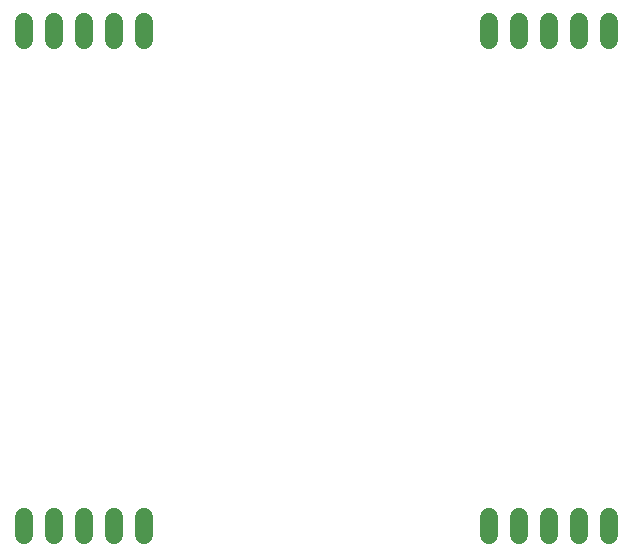
<source format=gbr>
G04 EAGLE Gerber RS-274X export*
G75*
%MOMM*%
%FSLAX34Y34*%
%LPD*%
%INBottom Copper*%
%IPPOS*%
%AMOC8*
5,1,8,0,0,1.08239X$1,22.5*%
G01*
%ADD10C,1.524000*%


D10*
X292100Y464820D02*
X292100Y449580D01*
X266700Y449580D02*
X266700Y464820D01*
X241300Y464820D02*
X241300Y449580D01*
X215900Y449580D02*
X215900Y464820D01*
X190500Y464820D02*
X190500Y449580D01*
X685800Y449580D02*
X685800Y464820D01*
X660400Y464820D02*
X660400Y449580D01*
X635000Y449580D02*
X635000Y464820D01*
X609600Y464820D02*
X609600Y449580D01*
X584200Y449580D02*
X584200Y464820D01*
X292100Y45720D02*
X292100Y30480D01*
X266700Y30480D02*
X266700Y45720D01*
X241300Y45720D02*
X241300Y30480D01*
X215900Y30480D02*
X215900Y45720D01*
X190500Y45720D02*
X190500Y30480D01*
X685800Y30480D02*
X685800Y45720D01*
X660400Y45720D02*
X660400Y30480D01*
X635000Y30480D02*
X635000Y45720D01*
X609600Y45720D02*
X609600Y30480D01*
X584200Y30480D02*
X584200Y45720D01*
M02*

</source>
